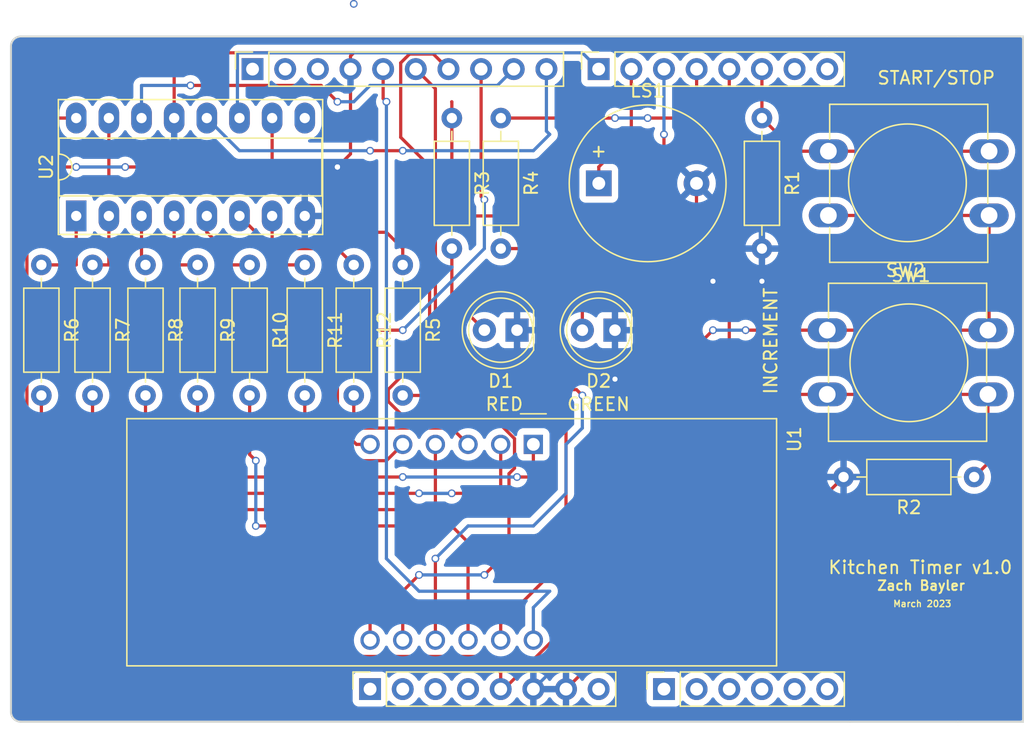
<source format=kicad_pcb>
(kicad_pcb (version 20221018) (generator pcbnew)
  (title_block (date "mar. 31 mars 2015"))
  (layers (0 "F.Cu" signal) (31 "B.Cu" signal) (34 "B.Paste" user) (35 "F.Paste" user) (36 "B.SilkS" user "B.Silkscreen") (37 "F.SilkS" user "F.Silkscreen") (38 "B.Mask" user) (39 "F.Mask" user) (44 "Edge.Cuts" user))
  (net 0 "")
  (net 1 "GND")
  (net 3 "+5V")
  (net 4 "/IOREF")
  (net 5 "/A0")
  (net 6 "/A1")
  (net 7 "/A2")
  (net 8 "/A3")
  (net 9 "/SDA{slash}A4")
  (net 10 "/SCL{slash}A5")
  (net 11 "Net-(D1-A)")
  (net 12 "Net-(D2-A)")
  (net 16 "Dig1")
  (net 17 "Dig2")
  (net 18 "Dig3")
  (net 19 "Dig4")
  (net 20 "DS")
  (net 21 "ST_CP")
  (net 22 "SH_CP")
  (net 23 "/TX{slash}1")
  (net 24 "Buzzer")
  (net 25 "/RX{slash}0")
  (net 26 "+3V3")
  (net 27 "VCC")
  (net 28 "/~{RESET}")
  (net 29 "RED_LED")
  (net 30 "GREEN_LED")
  (net 31 "Button_2")
  (net 32 "Button_1")
  (net 33 "a")
  (net 34 "Net-(U1-a)")
  (net 35 "b")
  (net 36 "Net-(U1-b)")
  (net 37 "c")
  (net 38 "Net-(U1-c)")
  (net 39 "d")
  (net 40 "Net-(U1-d)")
  (net 41 "e")
  (net 42 "Net-(U1-e)")
  (net 43 "f")
  (net 44 "Net-(U1-f)")
  (net 45 "g")
  (net 46 "Net-(U1-g)")
  (net 47 "dp")
  (net 48 "Net-(U1-DPX)")
  (footprint "Connector_PinSocket_2.54mm:PinSocket_1x08_P2.54mm_Vertical" (layer "F.Cu") (at 127.94 97.46 90)
    (fp_text reference "J1" hide)
    (fp_text value "Power")
    (fp_line (start -1.33 1.27) (end -1.33 19.11) (stroke (width 0.12)) (layer "F.SilkS"))
    (fp_line (start -1.33 1.27) (end 1.33 1.27) (stroke (width 0.12)) (layer "F.SilkS"))
    (fp_line (start -1.33 19.11) (end 1.33 19.11) (stroke (width 0.12)) (layer "F.SilkS"))
    (fp_line (start 0 -1.33) (end 1.33 -1.33) (stroke (width 0.12)) (layer "F.SilkS"))
    (fp_line (start 1.33 -1.33) (end 1.33 0) (stroke (width 0.12)) (layer "F.SilkS"))
    (fp_line (start 1.33 1.27) (end 1.33 19.11) (stroke (width 0.12)) (layer "F.SilkS"))
    (pad "1" thru_hole rect locked (at 0 0 90) (size 1.7 1.7) (drill 1) (layers "*.Cu" "*.Mask"))
    (pad "2" thru_hole oval locked (at 0 2.54 90) (size 1.7 1.7) (drill 1) (layers "*.Cu" "*.Mask") (net 4 "/IOREF"))
    (pad "3" thru_hole oval locked (at 0 5.08 90) (size 1.7 1.7) (drill 1) (layers "*.Cu" "*.Mask") (net 28 "/~{RESET}"))
    (pad "4" thru_hole oval locked (at 0 7.62 90) (size 1.7 1.7) (drill 1) (layers "*.Cu" "*.Mask") (net 26 "+3V3"))
    (pad "5" thru_hole oval locked (at 0 10.16 90) (size 1.7 1.7) (drill 1) (layers "*.Cu" "*.Mask") (net 3 "+5V"))
    (pad "6" thru_hole oval locked (at 0 12.7 90) (size 1.7 1.7) (drill 1) (layers "*.Cu" "*.Mask") (net 1 "GND"))
    (pad "7" thru_hole oval locked (at 0 15.24 90) (size 1.7 1.7) (drill 1) (layers "*.Cu" "*.Mask") (net 1 "GND"))
    (pad "8" thru_hole oval locked (at 0 17.78 90) (size 1.7 1.7) (drill 1) (layers "*.Cu" "*.Mask") (net 27 "VCC"))
  )
  (footprint "Connector_PinSocket_2.54mm:PinSocket_1x06_P2.54mm_Vertical" (layer "F.Cu") (at 150.8 97.46 90)
    (fp_text reference "J3" hide)
    (fp_text value "Analog")
    (fp_line (start -1.33 1.27) (end -1.33 14.03) (stroke (width 0.12)) (layer "F.SilkS"))
    (fp_line (start -1.33 1.27) (end 1.33 1.27) (stroke (width 0.12)) (layer "F.SilkS"))
    (fp_line (start -1.33 14.03) (end 1.33 14.03) (stroke (width 0.12)) (layer "F.SilkS"))
    (fp_line (start 0 -1.33) (end 1.33 -1.33) (stroke (width 0.12)) (layer "F.SilkS"))
    (fp_line (start 1.33 -1.33) (end 1.33 0) (stroke (width 0.12)) (layer "F.SilkS"))
    (fp_line (start 1.33 1.27) (end 1.33 14.03) (stroke (width 0.12)) (layer "F.SilkS"))
    (pad "1" thru_hole rect locked (at 0 0 90) (size 1.7 1.7) (drill 1) (layers "*.Cu" "*.Mask") (net 5 "/A0"))
    (pad "2" thru_hole oval locked (at 0 2.54 90) (size 1.7 1.7) (drill 1) (layers "*.Cu" "*.Mask") (net 6 "/A1"))
    (pad "3" thru_hole oval locked (at 0 5.08 90) (size 1.7 1.7) (drill 1) (layers "*.Cu" "*.Mask") (net 7 "/A2"))
    (pad "4" thru_hole oval locked (at 0 7.62 90) (size 1.7 1.7) (drill 1) (layers "*.Cu" "*.Mask") (net 8 "/A3"))
    (pad "5" thru_hole oval locked (at 0 10.16 90) (size 1.7 1.7) (drill 1) (layers "*.Cu" "*.Mask") (net 9 "/SDA{slash}A4"))
    (pad "6" thru_hole oval locked (at 0 12.7 90) (size 1.7 1.7) (drill 1) (layers "*.Cu" "*.Mask") (net 10 "/SCL{slash}A5"))
  )
  (footprint "Connector_PinSocket_2.54mm:PinSocket_1x10_P2.54mm_Vertical" (layer "F.Cu") (at 118.796 49.2 90)
    (fp_text reference "J2" hide)
    (fp_text value "Digital/PWM")
    (fp_line (start -1.33 1.27) (end -1.33 24.19) (stroke (width 0.12)) (layer "F.SilkS"))
    (fp_line (start -1.33 1.27) (end 1.33 1.27) (stroke (width 0.12)) (layer "F.SilkS"))
    (fp_line (start -1.33 24.19) (end 1.33 24.19) (stroke (width 0.12)) (layer "F.SilkS"))
    (fp_line (start 0 -1.33) (end 1.33 -1.33) (stroke (width 0.12)) (layer "F.SilkS"))
    (fp_line (start 1.33 -1.33) (end 1.33 0) (stroke (width 0.12)) (layer "F.SilkS"))
    (fp_line (start 1.33 1.27) (end 1.33 24.19) (stroke (width 0.12)) (layer "F.SilkS"))
    (pad "1" thru_hole rect locked (at 0 0 90) (size 1.7 1.7) (drill 1) (layers "*.Cu" "*.Mask"))
    (pad "2" thru_hole oval locked (at 0 2.54 90) (size 1.7 1.7) (drill 1) (layers "*.Cu" "*.Mask"))
    (pad "3" thru_hole oval locked (at 0 5.08 90) (size 1.7 1.7) (drill 1) (layers "*.Cu" "*.Mask"))
    (pad "4" thru_hole oval locked (at 0 7.62 90) (size 1.7 1.7) (drill 1) (layers "*.Cu" "*.Mask") (net 1 "GND"))
    (pad "5" thru_hole oval locked (at 0 10.16 90) (size 1.7 1.7) (drill 1) (layers "*.Cu" "*.Mask") (net 16 "Dig1"))
    (pad "6" thru_hole oval locked (at 0 12.7 90) (size 1.7 1.7) (drill 1) (layers "*.Cu" "*.Mask") (net 17 "Dig2"))
    (pad "7" thru_hole oval locked (at 0 15.24 90) (size 1.7 1.7) (drill 1) (layers "*.Cu" "*.Mask") (net 18 "Dig3"))
    (pad "8" thru_hole oval locked (at 0 17.78 90) (size 1.7 1.7) (drill 1) (layers "*.Cu" "*.Mask") (net 19 "Dig4"))
    (pad "9" thru_hole oval locked (at 0 20.32 90) (size 1.7 1.7) (drill 1) (layers "*.Cu" "*.Mask") (net 20 "DS"))
    (pad "10" thru_hole oval locked (at 0 22.86 90) (size 1.7 1.7) (drill 1) (layers "*.Cu" "*.Mask") (net 21 "ST_CP"))
  )
  (footprint "Connector_PinSocket_2.54mm:PinSocket_1x08_P2.54mm_Vertical" (layer "F.Cu") (at 145.72 49.2 90)
    (fp_text reference "J4" hide)
    (fp_text value "Digital/PWM")
    (fp_line (start -1.33 1.27) (end -1.33 19.11) (stroke (width 0.12)) (layer "F.SilkS"))
    (fp_line (start -1.33 1.27) (end 1.33 1.27) (stroke (width 0.12)) (layer "F.SilkS"))
    (fp_line (start -1.33 19.11) (end 1.33 19.11) (stroke (width 0.12)) (layer "F.SilkS"))
    (fp_line (start 0 -1.33) (end 1.33 -1.33) (stroke (width 0.12)) (layer "F.SilkS"))
    (fp_line (start 1.33 -1.33) (end 1.33 0) (stroke (width 0.12)) (layer "F.SilkS"))
    (fp_line (start 1.33 1.27) (end 1.33 19.11) (stroke (width 0.12)) (layer "F.SilkS"))
    (pad "1" thru_hole rect locked (at 0 0 90) (size 1.7 1.7) (drill 1) (layers "*.Cu" "*.Mask") (net 22 "SH_CP"))
    (pad "2" thru_hole oval locked (at 0 2.54 90) (size 1.7 1.7) (drill 1) (layers "*.Cu" "*.Mask") (net 24 "Buzzer"))
    (pad "3" thru_hole oval locked (at 0 5.08 90) (size 1.7 1.7) (drill 1) (layers "*.Cu" "*.Mask") (net 29 "RED_LED"))
    (pad "4" thru_hole oval locked (at 0 7.62 90) (size 1.7 1.7) (drill 1) (layers "*.Cu" "*.Mask") (net 30 "GREEN_LED"))
    (pad "5" thru_hole oval locked (at 0 10.16 90) (size 1.7 1.7) (drill 1) (layers "*.Cu" "*.Mask") (net 31 "Button_2"))
    (pad "6" thru_hole oval locked (at 0 12.7 90) (size 1.7 1.7) (drill 1) (layers "*.Cu" "*.Mask") (net 32 "Button_1"))
    (pad "7" thru_hole oval locked (at 0 15.24 90) (size 1.7 1.7) (drill 1) (layers "*.Cu" "*.Mask") (net 23 "/TX{slash}1"))
    (pad "8" thru_hole oval locked (at 0 17.78 90) (size 1.7 1.7) (drill 1) (layers "*.Cu" "*.Mask") (net 25 "/RX{slash}0"))
  )
  (footprint "LED_THT:LED_D5.0mm" (layer "F.Cu") (at 146.99 69.52 180)
    (fp_text reference "D2" (at 1.27 -3.96) (layer "F.SilkS"))
    (fp_text value "LED")
    (fp_line (start -1.29 -1.545) (end -1.29 1.545) (stroke (width 0.12)) (layer "F.SilkS"))
    (fp_arc (start -1.29 -1.54483) (mid 2.072002 -2.880433) (end 4.26 0.000462) (stroke (width 0.12)) (layer "F.SilkS"))
    (fp_arc (start 4.26 -0.000462) (mid 2.072002 2.880433) (end -1.29 1.54483) (stroke (width 0.12)) (layer "F.SilkS"))
    (fp_circle (center 1.27 0) (end 3.77 0) (stroke (width 0.12)) (fill none) (layer "F.SilkS"))
    (pad "1" thru_hole rect (at 0 0 180) (size 1.8 1.8) (drill 0.9) (layers "*.Cu" "*.Mask") (net 1 "GND"))
    (pad "2" thru_hole circle (at 2.54 0 180) (size 1.8 1.8) (drill 0.9) (layers "*.Cu" "*.Mask") (net 12 "Net-(D2-A)"))
  )
  (footprint "Package_DIP:DIP-16_W7.62mm_Socket_LongPads" (layer "F.Cu") (at 105.08 60.63 90)
    (fp_text reference "U2" (at 3.81 -2.33 90) (layer "F.SilkS"))
    (fp_text value "74HC595")
    (fp_line (start -1.44 -1.39) (end -1.44 19.17) (stroke (width 0.12)) (layer "F.SilkS"))
    (fp_line (start -1.44 19.17) (end 9.06 19.17) (stroke (width 0.12)) (layer "F.SilkS"))
    (fp_line (start 1.56 -1.33) (end 1.56 19.11) (stroke (width 0.12)) (layer "F.SilkS"))
    (fp_line (start 1.56 19.11) (end 6.06 19.11) (stroke (width 0.12)) (layer "F.SilkS"))
    (fp_line (start 2.81 -1.33) (end 1.56 -1.33) (stroke (width 0.12)) (layer "F.SilkS"))
    (fp_line (start 6.06 -1.33) (end 4.81 -1.33) (stroke (width 0.12)) (layer "F.SilkS"))
    (fp_line (start 6.06 19.11) (end 6.06 -1.33) (stroke (width 0.12)) (layer "F.SilkS"))
    (fp_line (start 9.06 -1.39) (end -1.44 -1.39) (stroke (width 0.12)) (layer "F.SilkS"))
    (fp_line (start 9.06 19.17) (end 9.06 -1.39) (stroke (width 0.12)) (layer "F.SilkS"))
    (fp_arc (start 4.81 -1.33) (mid 3.81 -0.33) (end 2.81 -1.33) (stroke (width 0.12)) (layer "F.SilkS"))
    (pad "1" thru_hole rect (at 0 0 90) (size 2.4 1.6) (drill 0.8) (layers "*.Cu" "*.Mask") (net 35 "b"))
    (pad "2" thru_hole oval (at 0 2.54 90) (size 2.4 1.6) (drill 0.8) (layers "*.Cu" "*.Mask") (net 37 "c"))
    (pad "3" thru_hole oval (at 0 5.08 90) (size 2.4 1.6) (drill 0.8) (layers "*.Cu" "*.Mask") (net 39 "d"))
    (pad "4" thru_hole oval (at 0 7.62 90) (size 2.4 1.6) (drill 0.8) (layers "*.Cu" "*.Mask") (net 41 "e"))
    (pad "5" thru_hole oval (at 0 10.16 90) (size 2.4 1.6) (drill 0.8) (layers "*.Cu" "*.Mask") (net 43 "f"))
    (pad "6" thru_hole oval (at 0 12.7 90) (size 2.4 1.6) (drill 0.8) (layers "*.Cu" "*.Mask") (net 45 "g"))
    (pad "7" thru_hole oval (at 0 15.24 90) (size 2.4 1.6) (drill 0.8) (layers "*.Cu" "*.Mask") (net 47 "dp"))
    (pad "8" thru_hole oval (at 0 17.78 90) (size 2.4 1.6) (drill 0.8) (layers "*.Cu" "*.Mask") (net 1 "GND"))
    (pad "9" thru_hole oval (at 7.62 17.78 90) (size 2.4 1.6) (drill 0.8) (layers "*.Cu" "*.Mask"))
    (pad "10" thru_hole oval (at 7.62 15.24 90) (size 2.4 1.6) (drill 0.8) (layers "*.Cu" "*.Mask") (net 3 "+5V"))
    (pad "11" thru_hole oval (at 7.62 12.7 90) (size 2.4 1.6) (drill 0.8) (layers "*.Cu" "*.Mask") (net 22 "SH_CP"))
    (pad "12" thru_hole oval (at 7.62 10.16 90) (size 2.4 1.6) (drill 0.8) (layers "*.Cu" "*.Mask") (net 21 "ST_CP"))
    (pad "13" thru_hole oval (at 7.62 7.62 90) (size 2.4 1.6) (drill 0.8) (layers "*.Cu" "*.Mask") (net 1 "GND"))
    (pad "14" thru_hole oval (at 7.62 5.08 90) (size 2.4 1.6) (drill 0.8) (layers "*.Cu" "*.Mask") (net 20 "DS"))
    (pad "15" thru_hole oval (at 7.62 2.54 90) (size 2.4 1.6) (drill 0.8) (layers "*.Cu" "*.Mask") (net 33 "a"))
    (pad "16" thru_hole oval (at 7.62 0 90) (size 2.4 1.6) (drill 0.8) (layers "*.Cu" "*.Mask") (net 3 "+5V"))
  )
  (footprint "Resistor_THT:R_Axial_DIN0207_L6.3mm_D2.5mm_P10.16mm_Horizontal" (layer "F.Cu") (at 110.47 64.44 -90)
    (fp_text reference "R8" (at 5.08 -2.37 90) (layer "F.SilkS"))
    (fp_text value "100")
    (fp_line (start 1.04 0) (end 1.81 0) (stroke (width 0.12)) (layer "F.SilkS"))
    (fp_line (start 1.81 -1.37) (end 1.81 1.37) (stroke (width 0.12)) (layer "F.SilkS"))
    (fp_line (start 1.81 1.37) (end 8.35 1.37) (stroke (width 0.12)) (layer "F.SilkS"))
    (fp_line (start 8.35 -1.37) (end 1.81 -1.37) (stroke (width 0.12)) (layer "F.SilkS"))
    (fp_line (start 8.35 1.37) (end 8.35 -1.37) (stroke (width 0.12)) (layer "F.SilkS"))
    (fp_line (start 9.12 0) (end 8.35 0) (stroke (width 0.12)) (layer "F.SilkS"))
    (pad "1" thru_hole circle (at 0 0 270) (size 1.6 1.6) (drill 0.8) (layers "*.Cu" "*.Mask") (net 39 "d"))
    (pad "2" thru_hole oval (at 10.16 0 270) (size 1.6 1.6) (drill 0.8) (layers "*.Cu" "*.Mask") (net 40 "Net-(U1-d)"))
  )
  (footprint "Resistor_THT:R_Axial_DIN0207_L6.3mm_D2.5mm_P10.16mm_Horizontal" (layer "F.Cu") (at 130.48 64.44 -90)
    (fp_text reference "R5" (at 5.08 -2.37 90) (layer "F.SilkS"))
    (fp_text value "100")
    (fp_line (start 1.04 0) (end 1.81 0) (stroke (width 0.12)) (layer "F.SilkS"))
    (fp_line (start 1.81 -1.37) (end 1.81 1.37) (stroke (width 0.12)) (layer "F.SilkS"))
    (fp_line (start 1.81 1.37) (end 8.35 1.37) (stroke (width 0.12)) (layer "F.SilkS"))
    (fp_line (start 8.35 -1.37) (end 1.81 -1.37) (stroke (width 0.12)) (layer "F.SilkS"))
    (fp_line (start 8.35 1.37) (end 8.35 -1.37) (stroke (width 0.12)) (layer "F.SilkS"))
    (fp_line (start 9.12 0) (end 8.35 0) (stroke (width 0.12)) (layer "F.SilkS"))
    (pad "1" thru_hole circle (at 0 0 270) (size 1.6 1.6) (drill 0.8) (layers "*.Cu" "*.Mask") (net 33 "a"))
    (pad "2" thru_hole oval (at 10.16 0 270) (size 1.6 1.6) (drill 0.8) (layers "*.Cu" "*.Mask") (net 34 "Net-(U1-a)"))
  )
  (footprint "LED_THT:LED_D5.0mm" (layer "F.Cu") (at 139.37 69.52 180)
    (fp_text reference "D1" (at 1.27 -3.96) (layer "F.SilkS"))
    (fp_text value "LED")
    (fp_line (start -1.29 -1.545) (end -1.29 1.545) (stroke (width 0.12)) (layer "F.SilkS"))
    (fp_arc (start -1.29 -1.54483) (mid 2.072002 -2.880433) (end 4.26 0.000462) (stroke (width 0.12)) (layer "F.SilkS"))
    (fp_arc (start 4.26 -0.000462) (mid 2.072002 2.880433) (end -1.29 1.54483) (stroke (width 0.12)) (layer "F.SilkS"))
    (fp_circle (center 1.27 0) (end 3.77 0) (stroke (width 0.12)) (fill none) (layer "F.SilkS"))
    (pad "1" thru_hole rect (at 0 0 180) (size 1.8 1.8) (drill 0.9) (layers "*.Cu" "*.Mask") (net 1 "GND"))
    (pad "2" thru_hole circle (at 2.54 0 180) (size 1.8 1.8) (drill 0.9) (layers "*.Cu" "*.Mask") (net 11 "Net-(D1-A)"))
  )
  (footprint "Resistor_THT:R_Axial_DIN0207_L6.3mm_D2.5mm_P10.16mm_Horizontal" (layer "F.Cu") (at 158.42 53.01 -90)
    (fp_text reference "R1" (at 5.08 -2.37 90) (layer "F.SilkS"))
    (fp_text value "10k")
    (fp_line (start 1.04 0) (end 1.81 0) (stroke (width 0.12)) (layer "F.SilkS"))
    (fp_line (start 1.81 -1.37) (end 1.81 1.37) (stroke (width 0.12)) (layer "F.SilkS"))
    (fp_line (start 1.81 1.37) (end 8.35 1.37) (stroke (width 0.12)) (layer "F.SilkS"))
    (fp_line (start 8.35 -1.37) (end 1.81 -1.37) (stroke (width 0.12)) (layer "F.SilkS"))
    (fp_line (start 8.35 1.37) (end 8.35 -1.37) (stroke (width 0.12)) (layer "F.SilkS"))
    (fp_line (start 9.12 0) (end 8.35 0) (stroke (width 0.12)) (layer "F.SilkS"))
    (pad "1" thru_hole circle (at 0 0 270) (size 1.6 1.6) (drill 0.8) (layers "*.Cu" "*.Mask") (net 32 "Button_1"))
    (pad "2" thru_hole oval (at 10.16 0 270) (size 1.6 1.6) (drill 0.8) (layers "*.Cu" "*.Mask") (net 1 "GND"))
  )
  (footprint "Buzzer_Beeper:Buzzer_12x9.5RM7.6" (layer "F.Cu") (at 145.73 58.09)
    (fp_text reference "LS1" (at 3.8 -7.2) (layer "F.SilkS"))
    (fp_text value "Speaker")
    (fp_text user "+" (at -0.01 -2.54) (layer "F.SilkS"))
    (fp_circle (center 3.8 0) (end 9.9 0) (stroke (width 0.12)) (fill none) (layer "F.SilkS"))
    (pad "1" thru_hole rect (at 0 0) (size 2 2) (drill 1) (layers "*.Cu" "*.Mask") (net 24 "Buzzer"))
    (pad "2" thru_hole circle (at 7.6 0) (size 2 2) (drill 1) (layers "*.Cu" "*.Mask") (net 1 "GND"))
  )
  (footprint "Resistor_THT:R_Axial_DIN0207_L6.3mm_D2.5mm_P10.16mm_Horizontal" (layer "F.Cu") (at 174.93 80.95 180)
    (fp_text reference "R2" (at 5.08 -2.37) (layer "F.SilkS"))
    (fp_text value "10k")
    (fp_line (start 1.04 0) (end 1.81 0) (stroke (width 0.12)) (layer "F.SilkS"))
    (fp_line (start 1.81 -1.37) (end 1.81 1.37) (stroke (width 0.12)) (layer "F.SilkS"))
    (fp_line (start 1.81 1.37) (end 8.35 1.37) (stroke (width 0.12)) (layer "F.SilkS"))
    (fp_line (start 8.35 -1.37) (end 1.81 -1.37) (stroke (width 0.12)) (layer "F.SilkS"))
    (fp_line (start 8.35 1.37) (end 8.35 -1.37) (stroke (width 0.12)) (layer "F.SilkS"))
    (fp_line (start 9.12 0) (end 8.35 0) (stroke (width 0.12)) (layer "F.SilkS"))
    (pad "1" thru_hole circle (at 0 0 180) (size 1.6 1.6) (drill 0.8) (layers "*.Cu" "*.Mask") (net 31 "Button_2"))
    (pad "2" thru_hole oval (at 10.16 0 180) (size 1.6 1.6) (drill 0.8) (layers "*.Cu" "*.Mask") (net 1 "GND"))
  )
  (footprint "Button_Switch_THT:SW_PUSH-12mm" (layer "F.Cu") (at 176.09 60.59 180)
    (fp_text reference "SW1" (at 6.08 -4.66) (layer "F.SilkS"))
    (fp_text value "SW_Push")
    (fp_line (start 0.1 -3.65) (end 12.4 -3.65) (stroke (width 0.12)) (layer "F.SilkS"))
    (fp_line (start 0.1 -0.93) (end 0.1 -3.65) (stroke (width 0.12)) (layer "F.SilkS"))
    (fp_line (start 0.1 4.07) (end 0.1 0.93) (stroke (width 0.12)) (layer "F.SilkS"))
    (fp_line (start 0.1 8.65) (end 0.1 5.93) (stroke (width 0.12)) (layer "F.SilkS"))
    (fp_line (start 12.4 -3.65) (end 12.4 -0.93) (stroke (width 0.12)) (layer "F.SilkS"))
    (fp_line (start 12.4 0.93) (end 12.4 4.07) (stroke (width 0.12)) (layer "F.SilkS"))
    (fp_line (start 12.4 5.93) (end 12.4 8.65) (stroke (width 0.12)) (layer "F.SilkS"))
    (fp_line (start 12.4 8.65) (end 0.1 8.65) (stroke (width 0.12)) (layer "F.SilkS"))
    (fp_circle (center 6.35 2.54) (end 10.16 5.08) (stroke (width 0.12)) (fill none) (layer "F.SilkS"))
    (pad "1" thru_hole oval (at 0 0 180) (size 3.048 1.85) (drill 1.3) (layers "*.Cu" "*.Mask") (net 3 "+5V"))
    (pad "1" thru_hole oval (at 12.5 0 180) (size 3.048 1.85) (drill 1.3) (layers "*.Cu" "*.Mask") (net 3 "+5V"))
    (pad "2" thru_hole oval (at 0 5 180) (size 3.048 1.85) (drill 1.3) (layers "*.Cu" "*.Mask") (net 32 "Button_1"))
    (pad "2" thru_hole oval (at 12.5 5 180) (size 3.048 1.85) (drill 1.3) (layers "*.Cu" "*.Mask") (net 32 "Button_1"))
  )
  (footprint "Button_Switch_THT:SW_PUSH-12mm" (layer "F.Cu") (at 163.5 69.52)
    (fp_text reference "SW2" (at 6.08 -4.66) (layer "F.SilkS"))
    (fp_text value "SW_Push")
    (fp_line (start 0.1 -3.65) (end 12.4 -3.65) (stroke (width 0.12)) (layer "F.SilkS"))
    (fp_line (start 0.1 -0.93) (end 0.1 -3.65) (stroke (width 0.12)) (layer "F.SilkS"))
    (fp_line (start 0.1 4.07) (end 0.1 0.93) (stroke (width 0.12)) (layer "F.SilkS"))
    (fp_line (start 0.1 8.65) (end 0.1 5.93) (stroke (width 0.12)) (layer "F.SilkS"))
    (fp_line (start 12.4 -3.65) (end 12.4 -0.93) (stroke (width 0.12)) (layer "F.SilkS"))
    (fp_line (start 12.4 0.93) (end 12.4 4.07) (stroke (width 0.12)) (layer "F.SilkS"))
    (fp_line (start 12.4 5.93) (end 12.4 8.65) (stroke (width 0.12)) (layer "F.SilkS"))
    (fp_line (start 12.4 8.65) (end 0.1 8.65) (stroke (width 0.12)) (layer "F.SilkS"))
    (fp_circle (center 6.35 2.54) (end 10.16 5.08) (stroke (width 0.12)) (fill none) (layer "F.SilkS"))
    (pad "1" thru_hole oval (at 0 0) (size 3.048 1.85) (drill 1.3) (layers "*.Cu" "*.Mask") (net 3 "+5V"))
    (pad "1" thru_hole oval (at 12.5 0) (size 3.048 1.85) (drill 1.3) (layers "*.Cu" "*.Mask") (net 3 "+5V"))
    (pad "2" thru_hole oval (at 0 5) (size 3.048 1.85) (drill 1.3) (layers "*.Cu" "*.Mask") (net 31 "Button_2"))
    (pad "2" thru_hole oval (at 12.5 5) (size 3.048 1.85) (drill 1.3) (layers "*.Cu" "*.Mask") (net 31 "Button_2"))
  )
  (footprint "Display_7Segment:CA56-12EWA" (layer "F.Cu") (at 140.64 78.41 -90)
    (fp_text reference "U1" (at -0.4 -20.31 90) (layer "F.SilkS"))
    (fp_text value "CA56-12EWA")
    (fp_line (start -2.38 -1) (end -2.38 1) (stroke (width 0.12)) (layer "F.SilkS"))
    (fp_line (start -2 -18.92) (end -2 31.62) (stroke (width 0.12)) (layer "F.SilkS"))
    (fp_line (start -2 -18.92) (end 17.24 -18.92) (stroke (width 0.12)) (layer "F.SilkS"))
    (fp_line (start -2 31.62) (end 17.24 31.62) (stroke (width 0.12)) (layer "F.SilkS"))
    (fp_line (start 17.24 31.62) (end 17.24 -18.92) (stroke (width 0.12)) (layer "F.SilkS"))
    (pad "1" thru_hole rect (at 0 0 270) (size 1.5 1.5) (drill 1) (layers "*.Cu" "*.Mask") (net 42 "Net-(U1-e)"))
    (pad "2" thru_hole circle (at 0 2.54 270) (size 1.5 1.5) (drill 1) (layers "*.Cu" "*.Mask") (net 40 "Net-(U1-d)"))
    (pad "3" thru_hole circle (at 0 5.08 270) (size 1.5 1.5) (drill 1) (layers "*.Cu" "*.Mask") (net 48 "Net-(U1-DPX)"))
    (pad "4" thru_hole circle (at 0 7.62 270) (size 1.5 1.5) (drill 1) (layers "*.Cu" "*.Mask") (net 38 "Net-(U1-c)"))
    (pad "5" thru_hole circle (at 0 10.16 270) (size 1.5 1.5) (drill 1) (layers "*.Cu" "*.Mask") (net 46 "Net-(U1-g)"))
    (pad "6" thru_hole circle (at 0 12.7 270) (size 1.5 1.5) (drill 1) (layers "*.Cu" "*.Mask") (net 19 "Dig4"))
    (pad "7" thru_hole circle (at 15.24 12.7 270) (size 1.5 1.5) (drill 1) (layers "*.Cu" "*.Mask") (net 36 "Net-(U1-b)"))
    (pad "8" thru_hole circle (at 15.24 10.16 270) (size 1.5 1.5) (drill 1) (layers "*.Cu" "*.Mask") (net 18 "Dig3"))
    (pad "9" thru_hole circle (at 15.24 7.62 270) (size 1.5 1.5) (drill 1) (layers "*.Cu" "*.Mask") (net 17 "Dig2"))
    (pad "10" thru_hole circle (at 15.24 5.08 270) (size 1.5 1.5) (drill 1) (layers "*.Cu" "*.Mask") (net 44 "Net-(U1-f)"))
    (pad "11" thru_hole circle (at 15.24 2.54 270) (size 1.5 1.5) (drill 1) (layers "*.Cu" "*.Mask") (net 34 "Net-(U1-a)"))
    (pad "12" thru_hole circle (at 15.24 0 270) (size 1.5 1.5) (drill 1) (layers "*.Cu" "*.Mask") (net 16 "Dig1"))
  )
  (footprint "Resistor_THT:R_Axial_DIN0207_L6.3mm_D2.5mm_P10.16mm_Horizontal" (layer "F.Cu") (at 126.67 64.44 -90)
    (fp_text reference "R12" (at 5.08 -2.37 90) (layer "F.SilkS"))
    (fp_text value "100")
    (fp_line (start 1.04 0) (end 1.81 0) (stroke (width 0.12)) (layer "F.SilkS"))
    (fp_line (start 1.81 -1.37) (end 1.81 1.37) (stroke (width 0.12)) (layer "F.SilkS"))
    (fp_line (start 1.81 1.37) (end 8.35 1.37) (stroke (width 0.12)) (layer "F.SilkS"))
    (fp_line (start 8.35 -1.37) (end 1.81 -1.37) (stroke (width 0.12)) (layer "F.SilkS"))
    (fp_line (start 8.35 1.37) (end 8.35 -1.37) (stroke (width 0.12)) (layer "F.SilkS"))
    (fp_line (start 9.12 0) (end 8.35 0) (stroke (width 0.12)) (layer "F.SilkS"))
    (pad "1" thru_hole circle (at 0 0 270) (size 1.6 1.6) (drill 0.8) (layers "*.Cu" "*.Mask") (net 47 "dp"))
    (pad "2" thru_hole oval (at 10.16 0 270) (size 1.6 1.6) (drill 0.8) (layers "*.Cu" "*.Mask") (net 48 "Net-(U1-DPX)"))
  )
  (footprint "Resistor_THT:R_Axial_DIN0207_L6.3mm_D2.5mm_P10.16mm_Horizontal" (layer "F.Cu") (at 118.57 64.44 -90)
    (fp_text reference "R10" (at 5.08 -2.37 90) (layer "F.SilkS"))
    (fp_text value "100")
    (fp_line (start 1.04 0) (end 1.81 0) (stroke (width 0.12)) (layer "F.SilkS"))
    (fp_line (start 1.81 -1.37) (end 1.81 1.37) (stroke (width 0.12)) (layer "F.SilkS"))
    (fp_line (start 1.81 1.37) (end 8.35 1.37) (stroke (width 0.12)) (layer "F.SilkS"))
    (fp_line (start 8.35 -1.37) (end 1.81 -1.37) (stroke (width 0.12)) (layer "F.SilkS"))
    (fp_line (start 8.35 1.37) (end 8.35 -1.37) (stroke (width 0.12)) (layer "F.SilkS"))
    (fp_line (start 9.12 0) (end 8.35 0) (stroke (width 0.12)) (layer "F.SilkS"))
    (pad "1" thru_hole circle (at 0 0 270) (size 1.6 1.6) (drill 0.8) (layers "*.Cu" "*.Mask") (net 43 "f"))
    (pad "2" thru_hole oval (at 10.16 0 270) (size 1.6 1.6) (drill 0.8) (layers "*.Cu" "*.Mask") (net 44 "Net-(U1-f)"))
  )
  (footprint "Resistor_THT:R_Axial_DIN0207_L6.3mm_D2.5mm_P10.16mm_Horizontal" (layer "F.Cu") (at 114.52 64.44 -90)
    (fp_text reference "R9" (at 5.08 -2.37 90) (layer "F.SilkS"))
    (fp_text value "100")
    (fp_line (start 1.04 0) (end 1.81 0) (stroke (width 0.12)) (layer "F.SilkS"))
    (fp_line (start 1.81 -1.37) (end 1.81 1.37) (stroke (width 0.12)) (layer "F.SilkS"))
    (fp_line (start 1.81 1.37) (end 8.35 1.37) (stroke (width 0.12)) (layer "F.SilkS"))
    (fp_line (start 8.35 -1.37) (end 1.81 -1.37) (stroke (width 0.12)) (layer "F.SilkS"))
    (fp_line (start 8.35 1.37) (end 8.35 -1.37) (stroke (width 0.12)) (layer "F.SilkS"))
    (fp_line (start 9.12 0) (end 8.35 0) (stroke (width 0.12)) (layer "F.SilkS"))
    (pad "1" thru_hole circle (at 0 0 270) (size 1.6 1.6) (drill 0.8) (layers "*.Cu" "*.Mask") (net 41 "e"))
    (pad "2" thru_hole oval (at 10.16 0 270) (size 1.6 1.6) (drill 0.8) (layers "*.Cu" "*.Mask") (net 42 "Net-(U1-e)"))
  )
  (footprint "Resistor_THT:R_Axial_DIN0207_L6.3mm_D2.5mm_P10.16mm_Horizontal" (layer "F.Cu") (at 102.37 64.44 -90)
    (fp_text reference "R6" (at 5.08 -2.37 90) (layer "F.SilkS"))
    (fp_text value "100")
    (fp_line (start 1.04 0) (end 1.81 0) (stroke (width 0.12)) (layer "F.SilkS"))
    (fp_line (start 1.81 -1.37) (end 1.81 1.37) (stroke (width 0.12)) (layer "F.SilkS"))
    (fp_line (start 1.81 1.37) (end 8.35 1.37) (stroke (width 0.12)) (layer "F.SilkS"))
    (fp_line (start 8.35 -1.37) (end 1.81 -1.37) (stroke (width 0.12)) (layer "F.SilkS"))
    (fp_line (start 8.35 1.37) (end 8.35 -1.37) (stroke (width 0.12)) (layer "F.SilkS"))
    (fp_line (start 9.12 0) (end 8.35 0) (stroke (width 0.12)) (layer "F.SilkS"))
    (pad "1" thru_hole circle (at 0 0 270) (size 1.6 1.6) (drill 0.8) (layers "*.Cu" "*.Mask") (net 35 "b"))
    (pad "2" thru_hole oval (at 10.16 0 270) (size 1.6 1.6) (drill 0.8) (layers "*.Cu" "*.Mask") (net 36 "Net-(U1-b)"))
  )
  (footprint "Resistor_THT:R_Axial_DIN0207_L6.3mm_D2.5mm_P10.16mm_Horizontal" (layer "F.Cu") (at 134.3 53.01 -90)
    (fp_text reference "R3" (at 5.08 -2.37 90) (layer "F.SilkS"))
    (fp_text value "330")
    (fp_line (start 1.04 0) (end 1.81 0) (stroke (width 0.12)) (layer "F.SilkS"))
    (fp_line (start 1.81 -1.37) (end 1.81 1.37) (stroke (width 0.12)) (layer "F.SilkS"))
    (fp_line (start 1.81 1.37) (end 8.35 1.37) (stroke (width 0.12)) (layer "F.SilkS"))
    (fp_line (start 8.35 -1.37) (end 1.81 -1.37) (stroke (width 0.12)) (layer "F.SilkS"))
    (fp_line (start 8.35 1.37) (end 8.35 -1.37) (stroke (width 0.12)) (layer "F.SilkS"))
    (fp_line (start 9.12 0) (end 8.35 0) (stroke (width 0.12)) (layer "F.SilkS"))
    (pad "1" thru_hole circle (at 0 0 270) (size 1.6 1.6) (drill 0.8) (layers "*.Cu" "*.Mask") (net 29 "RED_LED"))
    (pad "2" thru_hole oval (at 10.16 0 270) (size 1.6 1.6) (drill 0.8) (layers "*.Cu" "*.Mask") (net 11 "Net-(D1-A)"))
  )
  (footprint "Resistor_THT:R_Axial_DIN0207_L6.3mm_D2.5mm_P10.16mm_Horizontal" (layer "F.Cu") (at 106.35 64.44 -90)
    (fp_text reference "R7" (at 5.08 -2.37 90) (layer "F.SilkS"))
    (fp_text value "100")
    (fp_line (start 1.04 0) (end 1.81 0) (stroke (width 0.12)) (layer "F.SilkS"))
    (fp_line (start 1.81 -1.37) (end 1.81 1.37) (stroke (width 0.12)) (layer "F.SilkS"))
    (fp_line (start 1.81 1.37) (end 8.35 1.37) (stroke (width 0.12)) (layer "F.SilkS"))
    (fp_line (start 8.35 -1.37) (end 1.81 -1.37) (stroke (width 0.12)) (layer "F.SilkS"))
    (fp_line (start 8.35 1.37) (end 8.35 -1.37) (stroke (width 0.12)) (layer "F.SilkS"))
    (fp_line (start 9.12 0) (end 8.35 0) (stroke (width 0.12)) (layer "F.SilkS"))
    (pad "1" thru_hole circle (at 0 0 270) (size 1.6 1.6) (drill 0.8) (layers "*.Cu" "*.Mask") (net 37 "c"))
    (pad "2" thru_hole oval (at 10.16 0 270) (size 1.6 1.6) (drill 0.8) (layers "*.Cu" "*.Mask") (net 38 "Net-(U1-c)"))
  )
  (footprint "Resistor_THT:R_Axial_DIN0207_L6.3mm_D2.5mm_P10.16mm_Horizontal" (layer "F.Cu") (at 122.86 64.44 -90)
    (fp_text reference "R11" (at 5.08 -2.37 90) (layer "F.SilkS"))
    (fp_text value "100")
    (fp_line (start 1.04 0) (end 1.81 0) (stroke (width 0.12)) (layer "F.SilkS"))
    (fp_line (start 1.81 -1.37) (end 1.81 1.37) (stroke (width 0.12)) (layer "F.SilkS"))
    (fp_line (start 1.81 1.37) (end 8.35 1.37) (stroke (width 0.12)) (layer "F.SilkS"))
    (fp_line (start 8.35 -1.37) (end 1.81 -1.37) (stroke (width 0.12)) (layer "F.SilkS"))
    (fp_line (start 8.35 1.37) (end 8.35 -1.37) (stroke (width 0.12)) (layer "F.SilkS"))
    (fp_line (start 9.12 0) (end 8.35 0) (stroke (width 0.12)) (layer "F.SilkS"))
    (pad "1" thru_hole circle (at 0 0 270) (size 1.6 1.6) (drill 0.8) (layers "*.Cu" "*.Mask") (net 45 "g"))
    (pad "2" thru_hole oval (at 10.16 0 270) (size 1.6 1.6) (drill 0.8) (layers "*.Cu" "*.Mask") (net 46 "Net-(U1-g)"))
  )
  (footprint "Resistor_THT:R_Axial_DIN0207_L6.3mm_D2.5mm_P10.16mm_Horizontal" (layer "F.Cu") (at 138.11 53.01 -90)
    (fp_text reference "R4" (at 5.08 -2.37 90) (layer "F.SilkS"))
    (fp_text value "330")
    (fp_line (start 1.04 0) (end 1.81 0) (stroke (width 0.12)) (layer "F.SilkS"))
    (fp_line (start 1.81 -1.37) (end 1.81 1.37) (stroke (width 0.12)) (layer "F.SilkS"))
    (fp_line (start 1.81 1.37) (end 8.35 1.37) (stroke (width 0.12)) (layer "F.SilkS"))
    (fp_line (start 8.35 -1.37) (end 1.81 -1.37) (stroke (width 0.12)) (layer "F.SilkS"))
    (fp_line (start 8.35 1.37) (end 8.35 -1.37) (stroke (width 0.12)) (layer "F.SilkS"))
    (fp_line (start 9.12 0) (end 8.35 0) (stroke (width 0.12)) (layer "F.SilkS"))
    (pad "1" thru_hole circle (at 0 0 270) (size 1.6 1.6) (drill 0.8) (layers "*.Cu" "*.Mask") (net 30 "GREEN_LED"))
    (pad "2" thru_hole oval (at 10.16 0 270) (size 1.6 1.6) (drill 0.8) (layers "*.Cu" "*.Mask") (net 12 "Net-(D2-A)"))
  )
  (gr_line (start 100 99.238) (end 100 47.422) (stroke (width 0.15)) (layer "Edge.Cuts"))
  (gr_line (start 178.74 100) (end 173.66 100) (stroke (width 0.15)) (layer "Edge.Cuts"))
  (gr_line (start 165.278 100) (end 100.762 100) (stroke (width 0.15)) (layer "Edge.Cuts"))
  (gr_line (start 100.762 46.66) (end 163.5 46.66) (stroke (width 0.15)) (layer "Edge.Cuts"))
  (gr_line (start 173.66 100) (end 165.278 100) (stroke (width 0.15)) (layer "Edge.Cuts"))
  (gr_arc (start 100.762 100) (mid 100.223185 99.776815) (end 100 99.238) (stroke (width 0.15)) (layer "Edge.Cuts"))
  (gr_line (start 163.5 46.66) (end 173.66 46.66) (stroke (width 0.15)) (layer "Edge.Cuts"))
  (gr_line (start 178.74 46.66) (end 178.74 100) (stroke (width 0.15)) (layer "Edge.Cuts"))
  (gr_line (start 173.66 46.66) (end 178.74 46.66) (stroke (width 0.15)) (layer "Edge.Cuts"))
  (gr_arc (start 100 47.422) (mid 100.223185 46.883185) (end 100.762 46.66) (stroke (width 0.15)) (layer "Edge.Cuts"))
  (gr_text "GREEN" (at 143.18 75.87) (layer "F.SilkS") (effects (font (size 1 1)) (justify left bottom)))
  (gr_text "START/STOP\n" (at 167.31 50.47) (layer "F.SilkS") (effects (font (size 1 1)) (justify left bottom)))
  (gr_text "INCREMENT" (at 159.69 74.6 90) (layer "F.SilkS") (effects (font (size 1 1)) (justify left bottom)))
  (gr_text "Kitchen Timer v1.0\n" (at 163.5 88.57) (layer "F.SilkS") (effects (font (size 1 1)) (justify left bottom)))
  (gr_text "Zach Bayler" (at 167.31 89.84) (layer "F.SilkS") (effects (font (size 0.75 0.75)) (justify left bottom)))
  (gr_text "March 2023" (at 168.58 91.11) (layer "F.SilkS") (effects (font (size 0.5 0.5) (thickness 0.1) bold) (justify left bottom)))
  (gr_text "RED" (at 136.83 75.87) (layer "F.SilkS") (effects (font (size 1 1)) (justify left bottom)))
  (via (at 126.67 44.12) (size 0.6) (drill 0.4) (layers "F.Cu" "B.Cu") (net 0))
  (segment (start 146.99 73.33) (end 146.99 69.52) (width 0.25) (layer "F.Cu") (net 1))
  (segment (start 139.37 69.52) (end 139.37 70.79) (width 0.25) (layer "F.Cu") (net 1))
  (segment (start 112.7 49.2) (end 112.7 53.01) (width 0.25) (layer "F.Cu") (net 1))
  (segment (start 153.33 68.26) (end 148.26 73.33) (width 0.25) (layer "F.Cu") (net 1))
  (segment (start 126.416 55.804) (end 125.4 56.82) (width 0.25) (layer "F.Cu") (net 1))
  (segment (start 113.97 47.93) (end 112.7 49.2) (width 0.25) (layer "F.Cu") (net 1))
  (segment (start 154.61 65.71) (end 153.33 65.71) (width 0.25) (layer "F.Cu") (net 1))
  (segment (start 126.416 49.2) (end 126.416 48.184) (width 0.25) (layer "F.Cu") (net 1))
  (segment (start 153.33 65.71) (end 153.33 68.26) (width 0.25) (layer "F.Cu") (net 1))
  (segment (start 164.77 80.95) (end 162.23 83.49) (width 0.25) (layer "F.Cu") (net 1))
  (segment (start 139.37 70.79) (end 141.91 73.33) (width 0.25) (layer "F.Cu") (net 1))
  (segment (start 148.26 73.33) (end 146.99 73.33) (width 0.25) (layer "F.Cu") (net 1))
  (segment (start 153.33 58.09) (end 153.33 65.71) (width 0.25) (layer "F.Cu") (net 1))
  (segment (start 162.23 83.49) (end 162.23 91.11) (width 0.25) (layer "F.Cu") (net 1))
  (segment (start 126.416 48.184) (end 126.67 47.93) (width 0.25) (layer "F.Cu") (net 1))
  (segment (start 126.416 49.2) (end 126.416 55.804) (width 0.25) (layer "F.Cu") (net 1))
  (segment (start 141.91 73.33) (end 146.99 73.33) (width 0.25) (layer "F.Cu") (net 1))
  (segment (start 158.42 63.17) (end 158.42 65.71) (width 0.25) (layer "F.Cu") (net 1))
  (segment (start 149.53 91.11) (end 143.18 97.46) (width 0.25) (layer "F.Cu") (net 1))
  (segment (start 126.67 47.93) (end 113.97 47.93) (width 0.25) (layer "F.Cu") (net 1))
  (segment (start 162.23 91.11) (end 149.53 91.11) (width 0.25) (layer "F.Cu") (net 1))
  (via (at 125.4 56.82) (size 0.6) (drill 0.4) (layers "F.Cu" "B.Cu") (net 1))
  (via (at 146.99 73.33) (size 0.6) (drill 0.4) (layers "F.Cu" "B.Cu") (net 1))
  (via (at 125.4 56.82) (size 0.6) (drill 0.4) (layers "F.Cu" "B.Cu") (net 1))
  (via (at 154.61 65.71) (size 0.6) (drill 0.4) (layers "F.Cu" "B.Cu") (net 1))
  (via (at 158.42 65.71) (size 0.6) (drill 0.4) (layers "F.Cu" "B.Cu") (net 1))
  (via (at 125.4 56.82) (size 0.6) (drill 0.4) (layers "F.Cu" "B.Cu") (net 1))
  (segment (start 125.4 56.82) (end 125.4 60.63) (width 0.25) (layer "B.Cu") (net 1))
  (segment (start 125.4 60.63) (end 122.86 60.63) (width 0.25) (layer "B.Cu") (net 1))
  (segment (start 146.99 73.33) (end 146.99 91.11) (width 0.25) (layer "B.Cu") (net 1))
  (segment (start 146.99 91.11) (end 140.64 97.46) (width 0.25) (layer "B.Cu") (net 1))
  (segment (start 158.42 65.71) (end 154.61 65.71) (width 0.25) (layer "B.Cu") (net 1))
  (segment (start 144.45 79.68) (end 144.45 91.36028) (width 0.25) (layer "F.Cu") (net 3))
  (segment (start 138.35028 97.46) (end 138.1 97.46) (width 0.25) (layer "F.Cu") (net 3))
  (segment (start 105.08 53.01) (end 102.54 53.01) (width 0.25) (layer "F.Cu") (net 3))
  (segment (start 163.5 69.52) (end 157.15 69.52) (width 0.25) (layer "F.Cu") (net 3))
  (segment (start 176.09 69.43) (end 176 69.52) (width 0.25) (layer "F.Cu") (net 3))
  (segment (start 163.59 60.59) (end 176.09 60.59) (width 0.25) (layer "F.Cu") (net 3))
  (segment (start 120.32 56.82) (end 108.89 56.82) (width 0.25) (layer "F.Cu") (net 3))
  (segment (start 101.245 56.82) (end 101.245 94.895) (width 0.25) (layer "F.Cu") (net 3))
  (segment (start 103.81 97.46) (end 122.86 97.46) (width 0.25) (layer "F.Cu") (net 3))
  (segment (start 101.245 94.895) (end 103.81 97.46) (width 0.25) (layer "F.Cu") (net 3))
  (segment (start 102.54 53.01) (end 101.245 54.305) (width 0.25) (layer "F.Cu") (net 3))
  (segment (start 176.09 60.59) (end 176.09 69.43) (width 0.25) (layer "F.Cu") (net 3))
  (segment (start 144.45 91.36028) (end 138.35028 97.46) (width 0.25) (layer "F.Cu") (net 3))
  (segment (start 154.61 69.52) (end 144.45 79.68) (width 0.25) (layer "F.Cu") (net 3))
  (segment (start 120.32 53.01) (end 120.32 56.82) (width 0.25) (layer "F.Cu") (net 3))
  (segment (start 105.08 56.82) (end 101.245 56.82) (width 0.25) (layer "F.Cu") (net 3))
  (segment (start 138.1 96.19) (end 138.1 97.46) (width 0.25) (layer "F.Cu") (net 3))
  (segment (start 122.86 97.46) (end 125.4 94.92) (width 0.25) (layer "F.Cu") (net 3))
  (segment (start 125.4 94.92) (end 136.83 94.92) (width 0.25) (layer "F.Cu") (net 3))
  (segment (start 101.245 54.305) (end 101.245 56.82) (width 0.25) (layer "F.Cu") (net 3))
  (segment (start 136.83 94.92) (end 138.1 96.19) (width 0.25) (layer "F.Cu") (net 3))
  (segment (start 163.5 69.52) (end 176 69.52) (width 0.25) (layer "F.Cu") (net 3))
  (via (at 154.61 69.52) (size 0.6) (drill 0.4) (layers "F.Cu" "B.Cu") (net 3))
  (via (at 157.15 69.52) (size 0.6) (drill 0.4) (layers "F.Cu" "B.Cu") (net 3))
  (via (at 105.08 56.82) (size 0.6) (drill 0.4) (layers "F.Cu" "B.Cu") (net 3))
  (via (at 108.89 56.82) (size 0.6) (drill 0.4) (layers "F.Cu" "B.Cu") (net 3))
  (via (at 105.08 56.82) (size 0.6) (drill 0.4) (layers "F.Cu" "B.Cu") (net 3))
  (segment (start 157.15 69.52) (end 154.61 69.52) (width 0.25) (layer "B.Cu") (net 3))
  (segment (start 108.89 56.82) (end 105.08 56.82) (width 0.25) (layer "B.Cu") (net 3))
  (segment (start 136.83 69.52) (end 134.3 66.99) (width 0.25) (layer "F.Cu") (net 11))
  (segment (start 134.3 66.99) (end 134.3 63.17) (width 0.25) (layer "F.Cu") (net 11))
  (segment (start 144.45 65.71) (end 141.91 63.17) (width 0.25) (layer "F.Cu") (net 12))
  (segment (start 144.45 69.52) (end 144.45 65.71) (width 0.25) (layer "F.Cu") (net 12))
  (segment (start 141.91 63.17) (end 138.11 63.17) (width 0.25) (layer "F.Cu") (net 12))
  (segment (start 128.956 51.486) (end 129.21 51.74) (width 0.25) (layer "F.Cu") (net 16))
  (segment (start 128.956 49.2) (end 128.956 51.486) (width 0.25) (layer "F.Cu") (net 16))
  (via (at 129.21 51.74) (size 0.6) (drill 0.4) (layers "F.Cu" "B.Cu") (net 16))
  (via (at 129.21 51.74) (size 0.6) (drill 0.4) (layers "F.Cu" "B.Cu") (net 16))
  (segment (start 129.21 51.74) (end 129.21 87.3) (width 0.25) (layer "B.Cu") (net 16))
  (segment (start 129.21 87.3) (end 131.75 89.84) (width 0.25) (layer "B.Cu") (net 16))
  (segment (start 131.75 89.84) (end 141.91 89.84) (width 0.25) (layer "B.Cu") (net 16))
  (segment (start 141.91 89.84) (end 140.64 91.11) (width 0.25) (layer "B.Cu") (net 16))
  (segment (start 140.64 91.11) (end 140.64 93.65) (width 0.25) (layer "B.Cu") (net 16))
  (segment (start 133.02 73.33) (end 133.84 74.15) (width 0.25) (layer "F.Cu") (net 17))
  (segment (start 144 74.15) (end 144.45 74.6) (width 0.25) (layer "F.Cu") (net 17))
  (segment (start 133.02 93.65) (end 133.02 87.3) (width 0.25) (layer "F.Cu") (net 17))
  (segment (start 133.02 50.724) (end 133.02 73.33) (width 0.25) (layer "F.Cu") (net 17))
  (segment (start 133.84 74.15) (end 144 74.15) (width 0.25) (layer "F.Cu") (net 17))
  (segment (start 131.496 49.2) (end 133.02 50.724) (width 0.25) (layer "F.Cu") (net 17))
  (via (at 144.45 74.6) (size 0.6) (drill 0.4) (layers "F.Cu" "B.Cu") (net 17))
  (via (at 133.02 87.3) (size 0.6) (drill 0.4) (layers "F.Cu" "B.Cu") (net 17))
  (segment (start 143.18 78.41) (end 144.45 77.14) (width 0.25) (layer "B.Cu") (net 17))
  (segment (start 144.45 74.6) (end 144.45 77.14) (width 0.25) (layer "B.Cu") (net 17))
  (segment (start 140.64 84.76) (end 135.56 84.76) (width 0.25) (layer "B.Cu") (net 17))
  (segment (start 143.18 82.22) (end 140.64 84.76) (width 0.25) (layer "B.Cu") (net 17))
  (segment (start 135.56 84.76) (end 133.02 87.3) (width 0.25) (layer "B.Cu") (net 17))
  (segment (start 143.18 78.41) (end 143.18 82.22) (width 0.25) (layer "B.Cu") (net 17))
  (segment (start 131.009299 48.025) (end 130.321 48.713299) (width 0.25) (layer "F.Cu") (net 18))
  (segment (start 139.175 77.96472) (end 139.175 80.261116) (width 0.25) (layer "F.Cu") (net 18))
  (segment (start 134.036 49.2) (end 132.861 48.025) (width 0.25) (layer "F.Cu") (net 18))
  (segment (start 129.355 74.134009) (end 129.355 75.065991) (width 0.25) (layer "F.Cu") (net 18))
  (segment (start 132.861 48.025) (end 131.009299 48.025) (width 0.25) (layer "F.Cu") (net 18))
  (segment (start 131.75 88.57) (end 130.48 89.84) (width 0.25) (layer "F.Cu") (net 18))
  (segment (start 130.321 54.507116) (end 132.57 56.756116) (width 0.25) (layer "F.Cu") (net 18))
  (segment (start 132.57 70.919009) (end 129.355 74.134009) (width 0.25) (layer "F.Cu") (net 18))
  (segment (start 139.175 80.261116) (end 138.745 80.691116) (width 0.25) (layer "F.Cu") (net 18))
  (segment (start 138.745 80.691116) (end 138.745 86.655) (width 0.25) (layer "F.Cu") (net 18))
  (segment (start 129.355 75.065991) (end 130.979009 76.69) (width 0.25) (layer "F.Cu") (net 18))
  (segment (start 137.90028 76.69) (end 139.175 77.96472) (width 0.25) (layer "F.Cu") (net 18))
  (segment (start 130.48 89.84) (end 130.48 93.65) (width 0.25) (layer "F.Cu") (net 18))
  (segment (start 130.321 48.713299) (end 130.321 54.507116) (width 0.25) (layer "F.Cu") (net 18))
  (segment (start 132.57 56.756116) (end 132.57 70.919009) (width 0.25) (layer "F.Cu") (net 18))
  (segment (start 138.745 86.655) (end 136.83 88.57) (width 0.25) (layer "F.Cu") (net 18))
  (segment (start 130.979009 76.69) (end 137.90028 76.69) (width 0.25) (layer "F.Cu") (net 18))
  (via (at 136.83 88.57) (size 0.6) (drill 0.4) (layers "F.Cu" "B.Cu") (net 18))
  (via (at 131.75 88.57) (size 0.6) (drill 0.4) (layers "F.Cu" "B.Cu") (net 18))
  (via (at 131.75 88.57) (size 0.6) (drill 0.4) (layers "F.Cu" "B.Cu") (net 18))
  (segment (start 136.83 88.57) (end 131.75 88.57) (width 0.25) (layer "B.Cu") (net 18))
  (segment (start 125.4 72.06) (end 125.4 76.93066) (width 0.25) (layer "F.Cu") (net 19))
  (segment (start 127.94 69.52) (end 125.4 72.06) (width 0.25) (layer "F.Cu") (net 19))
  (segment (start 125.4 76.93066) (end 126.87934 78.41) (width 0.25) (layer "F.Cu") (net 19))
  (segment (start 126.87934 78.41) (end 127.94 78.41) (width 0.25) (layer "F.Cu") (net 19))
  (segment (start 136.576 59.106) (end 136.83 59.36) (width 0.25) (layer "F.Cu") (net 19))
  (segment (start 130.48 69.52) (end 127.94 69.52) (width 0.25) (layer "F.Cu") (net 19))
  (segment (start 136.576 49.2) (end 136.576 59.106) (width 0.25) (layer "F.Cu") (net 19))
  (via (at 136.83 59.36) (size 0.6) (drill 0.4) (layers "F.Cu" "B.Cu") (net 19))
  (via (at 130.48 69.52) (size 0.6) (drill 0.4) (layers "F.Cu" "B.Cu") (net 19))
  (segment (start 136.83 63.17) (end 130.48 69.52) (width 0.25) (layer "B.Cu") (net 19))
  (segment (start 136.83 59.36) (end 136.83 63.17) (width 0.25) (layer "B.Cu") (net 19))
  (segment (start 124.13 50.47) (end 125.4 51.74) (width 0.25) (layer "F.Cu") (net 20))
  (segment (start 113.97 50.47) (end 124.13 50.47) (width 0.25) (layer "F.Cu") (net 20))
  (via (at 113.97 50.47) (size 0.6) (drill 0.4) (layers "F.Cu" "B.Cu") (net 20))
  (via (at 125.4 51.74) (size 0.6) (drill 0.4) (layers "F.Cu" "B.Cu") (net 20))
  (segment (start 110.16 50.47) (end 113.97 50.47) (width 0.25) (layer "B.Cu") (net 20))
  (segment (start 110.16 53.01) (end 110.16 50.47) (width 0.25) (layer "B.Cu") (net 20))
  (segment (start 125.4 51.74) (end 126.67 51.74) (width 0.25) (layer "B.Cu") (net 20))
  (segment (start 127.94 50.47) (end 137.846 50.47) (width 0.25) (layer "B.Cu") (net 20))
  (segment (start 137.846 50.47) (end 139.116 49.2) (width 0.25) (layer "B.Cu") (net 20))
  (segment (start 126.67 51.74) (end 127.94 50.47) (width 0.25) (layer "B.Cu") (net 20))
  (segment (start 127.94 55.55) (end 130.48 55.55) (width 0.25) (layer "F.Cu") (net 21))
  (via (at 130.48 55.55) (size 0.6) (drill 0.4) (layers "F.Cu" "B.Cu") (net 21))
  (via (at 127.94 55.55) (size 0.6) (drill 0.4) (layers "F.Cu" "B.Cu") (net 21))
  (segment (start 141.91 54.28) (end 141.656 54.026) (width 0.25) (layer "B.Cu") (net 21))
  (segment (start 130.48 55.55) (end 140.64 55.55) (width 0.25) (layer "B.Cu") (net 21))
  (segment (start 140.64 55.55) (end 141.91 54.28) (width 0.25) (layer "B.Cu") (net 21))
  (segment (start 115.24 53.01) (end 117.78 55.55) (width 0.25) (layer "B.Cu") (net 21))
  (segment (start 117.78 55.55) (end 127.94 55.55) (width 0.25) (layer "B.Cu") (net 21))
  (segment (start 141.656 54.026) (end 141.656 49.2) (width 0.25) (layer "B.Cu") (net 21))
  (segment (start 144.45 47.93) (end 145.72 49.2) (width 0.25) (layer "B.Cu") (net 22))
  (segment (start 117.78 53.01) (end 117.621 52.851) (width 0.25) (layer "B.Cu") (net 22))
  (segment (start 117.621 52.851) (end 117.621 48.025) (width 0.25) (layer "B.Cu") (net 22))
  (segment (start 117.621 48.025) (end 117.716 47.93) (width 0.25) (layer "B.Cu") (net 22))
  (segment (start 117.716 47.93) (end 144.45 47.93) (width 0.25) (layer "B.Cu") (net 22))
  (segment (start 145.73 56.81) (end 148.26 54.28) (width 0.25) (layer "F.Cu") (net 24))
  (segment (start 145.73 58.09) (end 145.73 56.81) (width 0.25) (layer "F.Cu") (net 24))
  (segment (start 148.26 54.28) (end 148.26 49.2) (width 0.25) (layer "F.Cu") (net 24))
  (segment (start 134.3 53.01) (end 134.3 51.75) (width 0.25) (layer "F.Cu") (net 29))
  (segment (start 134.29 60.63) (end 150.8 60.63) (width 0.25) (layer "F.Cu") (net 29))
  (segment (start 134.3 60.62) (end 134.29 60.63) (width 0.25) (layer "F.Cu") (net 29))
  (segment (start 134.3 53.01) (end 134.3 60.62) (width 0.25) (layer "F.Cu") (net 29))
  (segment (start 150.8 60.63) (end 150.8 54.28) (width 0.25) (layer "F.Cu") (net 29))
  (segment (start 134.3 51.75) (end 134.29 51.74) (width 0.25) (layer "F.Cu") (net 29))
  (via (at 150.8 54.28) (size 0.6) (drill 0.4) (layers "F.Cu" "B.Cu") (net 29))
  (segment (start 150.8 54.28) (end 150.8 49.2) (width 0.25) (layer "B.Cu") (net 29))
  (segment (start 138.11 53.01) (end 146.99 53.01) (width 0.25) (layer "F.Cu") (net 30))
  (segment (start 153.34 53.01) (end 153.34 49.2) (width 0.25) (layer "F.Cu") (net 30))
  (segment (start 149.53 53.01) (end 153.34 53.01) (width 0.25) (layer "F.Cu") (net 30))
  (via (at 149.53 53.01) (size 0.6) (drill 0.4) (layers "F.Cu" "B.Cu") (net 30))
  (via (at 146.99 53.01) (size 0.6) (drill 0.4) (layers "F.Cu" "B.Cu") (net 30))
  (segment (start 146.99 53.01) (end 149.53 53.01) (width 0.25) (layer "B.Cu") (net 30))
  (segment (start 155.96 74.52) (end 155.88 74.6) (width 0.25) (layer "F.Cu") (net 31))
  (segment (start 155.88 74.6) (end 155.88 49.2) (width 0.25) (layer "F.Cu") (net 31))
  (segment (start 176 74.52) (end 163.5 74.52) (width 0.25) (layer "F.Cu") (net 31))
  (segment (start 176 79.88) (end 174.93 80.95) (width 0.25) (layer "F.Cu") (net 31))
  (segment (start 176 74.52) (end 176 79.88) (width 0.25) (layer "F.Cu") (net 31))
  (segment (start 163.5 74.52) (end 155.96 74.52) (width 0.25) (layer "F.Cu") (net 31))
  (segment (start 161 55.59) (end 158.42 53.01) (width 0.25) (layer "F.Cu") (net 32))
  (segment (start 163.59 55.59) (end 161 55.59) (width 0.25) (layer "F.Cu") (net 32))
  (segment (start 163.55 55.55) (end 163.5 55.55) (width 0.25) (layer "F.Cu") (net 32))
  (segment (start 158.42 53.01) (end 158.42 49.2) (width 0.25) (layer "F.Cu") (net 32))
  (segment (start 163.59 55.59) (end 163.55 55.55) (width 0.25) (layer "F.Cu") (net 32))
  (segment (start 176.09 55.59) (end 163.59 55.59) (width 0.25) (layer "F.Cu") (net 32))
  (segment (start 129.21 61.9) (end 126.67 61.9) (width 0.25) (layer "F.Cu") (net 33))
  (segment (start 130.48 63.17) (end 129.21 61.9) (width 0.25) (layer "F.Cu") (net 33))
  (segment (start 107.62 58.09) (end 107.62 53.01) (width 0.25) (layer "F.Cu") (net 33))
  (segment (start 126.67 61.9) (end 126.67 58.09) (width 0.25) (layer "F.Cu") (net 33))
  (segment (start 130.48 64.44) (end 130.48 63.17) (width 0.25) (layer "F.Cu") (net 33))
  (segment (start 126.67 58.09) (end 107.62 58.09) (width 0.25) (layer "F.Cu") (net 33))
  (segment (start 141.91 74.6) (end 143.18 75.87) (width 0.25) (layer "F.Cu") (net 34))
  (segment (start 143.18 87.3) (end 138.1 92.38) (width 0.25) (layer "F.Cu") (net 34))
  (segment (start 138.1 92.38) (end 138.1 93.65) (width 0.25) (layer "F.Cu") (net 34))
  (segment (start 143.18 75.87) (end 143.18 87.3) (width 0.25) (layer "F.Cu") (net 34))
  (segment (start 130.48 74.6) (end 141.91 74.6) (width 0.25) (layer "F.Cu") (net 34))
  (segment (start 102.37 64.44) (end 105.08 64.44) (width 0.25) (layer "F.Cu") (net 35))
  (segment (start 105.08 64.44) (end 105.08 60.63) (width 0.25) (layer "F.Cu") (net 35))
  (segment (start 102.37 74.6) (end 102.37 89.67) (width 0.25) (layer "F.Cu") (net 36))
  (segment (start 127.94 89.84) (end 127.94 93.65) (width 0.25) (layer "F.Cu") (net 36))
  (segment (start 102.37 89.67) (end 102.54 89.84) (width 0.25) (layer "F.Cu") (net 36))
  (segment (start 102.54 89.84) (end 127.94 89.84) (width 0.25) (layer "F.Cu") (net 36))
  (segment (start 107.62 64.44) (end 107.62 60.63) (width 0.25) (layer "F.Cu") (net 37))
  (segment (start 106.35 64.44) (end 107.62 64.44) (width 0.25) (layer "F.Cu") (net 37))
  (segment (start 133.02 83.49) (end 133.02 78.41) (width 0.25) (layer "F.Cu") (net 38))
  (segment (start 107.62 83.49) (end 133.02 83.49) (width 0.25) (layer "F.Cu") (net 38))
  (segment (start 106.35 74.6) (end 106.35 82.22) (width 0.25) (layer "F.Cu") (net 38))
  (segment (start 106.35 82.22) (end 107.62 83.49) (width 0.25) (layer "F.Cu") (net 38))
  (segment (start 110.47 64.44) (end 110.16 64.44) (width 0.25) (layer "F.Cu") (net 39))
  (segment (start 110.16 64.44) (end 110.16 60.63) (width 0.25) (layer "F.Cu") (net 39))
  (segment (start 111.43 82.22) (end 131.75 82.22) (width 0.25) (layer "F.Cu") (net 40))
  (segment (start 110.47 81.26) (end 111.43 82.22) (width 0.25) (layer "F.Cu") (net 40))
  (segment (start 134.29 82.22) (end 138.1 82.22) (width 0.25) (layer "F.Cu") (net 40))
  (segment (start 110.47 74.6) (end 110.47 81.26) (width 0.25) (layer "F.Cu") (net 40))
  (segment (start 138.1 82.22) (end 138.1 78.41) (width 0.25) (layer "F.Cu") (net 40))
  (via (at 131.75 82.22) (size 0.6) (drill 0.4) (layers "F.Cu" "B.Cu") (net 40))
  (via (at 134.29 82.22) (size 0.6) (drill 0.4) (layers "F.Cu" "B.Cu") (net 40))
  (segment (start 134.29 82.22) (end 133.02 82.22) (width 0.25) (layer "B.Cu") (net 40))
  (segment (start 131.75 82.22) (end 134.29 82.22) (width 0.25) (layer "B.Cu") (net 40))
  (segment (start 114.52 64.44) (end 112.7 64.44) (width 0.25) (layer "F.Cu") (net 41))
  (segment (start 112.7 64.44) (end 112.7 60.63) (width 0.25) (layer "F.Cu") (net 41))
  (segment (start 114.52 80.23) (end 115.24 80.95) (width 0.25) (layer "F.Cu") (net 42))
  (segment (start 139.37 80.95) (end 140.64 80.95) (width 0.25) (layer "F.Cu") (net 42))
  (segment (start 140.64 80.95) (end 140.64 78.41) (width 0.25) (layer "F.Cu") (net 42))
  (segment (start 114.52 74.6) (end 114.52 80.23) (width 0.25) (layer "F.Cu") (net 42))
  (segment (start 115.24 80.95) (end 130.48 80.95) (width 0.25) (layer "F.Cu") (net 42))
  (via (at 139.37 80.95) (size 0.6) (drill 0.4) (layers "F.Cu" "B.Cu") (net 42))
  (via (at 130.48 80.95) (size 0.6) (drill 0.4) (layers "F.Cu" "B.Cu") (net 42))
  (segment (start 130.48 80.95) (end 139.37 80.95) (width 0.25) (layer "B.Cu") (net 42))
  (segment (start 116.51 64.44) (end 116.51 63.17) (width 0.25) (layer "F.Cu") (net 43))
  (segment (start 116.51 63.17) (end 115.24 61.9) (width 0.25) (layer "F.Cu") (net 43))
  (segment (start 115.24 61.9) (end 115.24 60.63) (width 0.25) (layer "F.Cu") (net 43))
  (segment (start 118.57 64.44) (end 116.51 64.44) (width 0.25) (layer "F.Cu") (net 43))
  (segment (start 118.57 79.2) (end 119.05 79.68) (width 0.25) (layer "F.Cu") (net 44))
  (segment (start 135.56 86.03) (end 135.56 93.65) (width 0.25) (layer "F.Cu") (net 44))
  (segment (start 134.29 84.76) (end 135.56 86.03) (width 0.25) (layer "F.Cu") (net 44))
  (segment (start 119.05 84.76) (end 134.29 84.76) (width 0.25) (layer "F.Cu") (net 44))
  (segment (start 118.57 74.6) (end 118.57 79.2) (width 0.25) (layer "F.Cu") (net 44))
  (via (at 119.05 79.68) (size 0.6) (drill 0.4) (layers "F.Cu" "B.Cu") (net 44))
  (via (at 119.05 84.76) (size 0.6) (drill 0.4) (layers "F.Cu" "B.Cu") (net 44))
  (segment (start 119.05 79.68) (end 119.05 84.76) (width 0.25) (layer "B.Cu") (net 44))
  (segment (start 120.32 63.17) (end 117.78 60.63) (width 0.25) (layer "F.Cu") (net 45))
  (segment (start 120.32 64.44) (end 120.32 63.17) (width 0.25) (layer "F.Cu") (net 45))
  (segment (start 122.86 64.44) (end 120.32 64.44) (width 0.25) (layer "F.Cu") (net 45))
  (segment (start 122.86 79.68) (end 129.21 79.68) (width 0.25) (layer "F.Cu") (net 46))
  (segment (start 122.86 74.6) (end 122.86 79.68) (width 0.25) (layer "F.Cu") (net 46))
  (segment (start 129.21 79.68) (end 130.48 78.41) (width 0.25) (layer "F.Cu") (net 46))
  (segment (start 120.956396 63.17) (end 120.32 62.533604) (width 0.25) (layer "F.Cu") (net 47))
  (segment (start 126.67 64.44) (end 125.4 63.17) (width 0.25) (layer "F.Cu") (net 47))
  (segment (start 125.4 63.17) (end 120.956396 63.17) (width 0.25) (layer "F.Cu") (net 47))
  (segment (start 120.32 62.533604) (end 120.32 60.63) (width 0.25) (layer "F.Cu") (net 47))
  (segment (start 134.29 77.14) (end 135.56 78.41) (width 0.25) (layer "F.Cu") (net 48))
  (segment (start 126.67 74.6) (end 126.67 77.14) (width 0.25) (layer "F.Cu") (net 48))
  (segment (start 126.67 77.14) (end 134.29 77.14) (width 0.25) (layer "F.Cu") (net 48))
  (zone (net 1) (net_name "GND") (layer "B.Cu") (connect_pads (clearance 0.508)) (min_thickness 0.25) (fill yes (thermal_gap 0.5) (thermal_bridge_width 0.5))
    (polygon (pts (xy 100 46.66) (xy 178.74 46.66) (xy 178.74 100) (xy 100 100)))
  )
)
</source>
